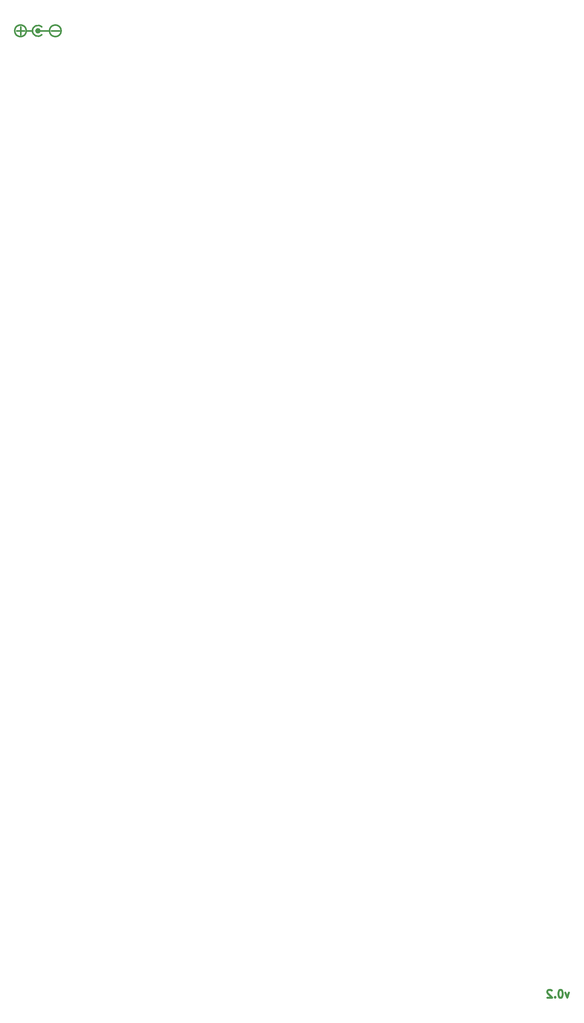
<source format=gbr>
G04 #@! TF.GenerationSoftware,KiCad,Pcbnew,(5.1.5)-3*
G04 #@! TF.CreationDate,2020-09-16T09:36:58+02:00*
G04 #@! TF.ProjectId,FetsAndCrosses,46657473-416e-4644-9372-6f737365732e,v0.1*
G04 #@! TF.SameCoordinates,Original*
G04 #@! TF.FileFunction,Legend,Bot*
G04 #@! TF.FilePolarity,Positive*
%FSLAX46Y46*%
G04 Gerber Fmt 4.6, Leading zero omitted, Abs format (unit mm)*
G04 Created by KiCad (PCBNEW (5.1.5)-3) date 2020-09-16 09:36:58*
%MOMM*%
%LPD*%
G04 APERTURE LIST*
%ADD10C,0.500000*%
%ADD11C,0.100000*%
%ADD12C,0.400000*%
%ADD13C,0.120000*%
G04 APERTURE END LIST*
D10*
X160718142Y-260556428D02*
X160241952Y-261889761D01*
X159765761Y-260556428D01*
X158622904Y-259889761D02*
X158432428Y-259889761D01*
X158241952Y-259985000D01*
X158146714Y-260080238D01*
X158051476Y-260270714D01*
X157956238Y-260651666D01*
X157956238Y-261127857D01*
X158051476Y-261508809D01*
X158146714Y-261699285D01*
X158241952Y-261794523D01*
X158432428Y-261889761D01*
X158622904Y-261889761D01*
X158813380Y-261794523D01*
X158908619Y-261699285D01*
X159003857Y-261508809D01*
X159099095Y-261127857D01*
X159099095Y-260651666D01*
X159003857Y-260270714D01*
X158908619Y-260080238D01*
X158813380Y-259985000D01*
X158622904Y-259889761D01*
X157099095Y-261699285D02*
X157003857Y-261794523D01*
X157099095Y-261889761D01*
X157194333Y-261794523D01*
X157099095Y-261699285D01*
X157099095Y-261889761D01*
X156241952Y-260080238D02*
X156146714Y-259985000D01*
X155956238Y-259889761D01*
X155480047Y-259889761D01*
X155289571Y-259985000D01*
X155194333Y-260080238D01*
X155099095Y-260270714D01*
X155099095Y-260461190D01*
X155194333Y-260746904D01*
X156337190Y-261889761D01*
X155099095Y-261889761D01*
D11*
G04 #@! TO.C,G1*
G36*
X23995000Y-12065000D02*
G01*
X23495000Y-11565000D01*
X22995000Y-12065000D01*
X23495000Y-12565000D01*
X23995000Y-12065000D01*
G37*
X23995000Y-12065000D02*
X23495000Y-11565000D01*
X22995000Y-12065000D01*
X23495000Y-12565000D01*
X23995000Y-12065000D01*
D12*
X26995000Y-12065000D02*
X28995000Y-12065000D01*
X18995000Y-13065000D02*
X18995000Y-11065000D01*
D13*
X18995000Y-12065000D02*
X18995000Y-13065000D01*
X19995000Y-12065000D02*
X18995000Y-12065000D01*
D12*
X17995000Y-12065000D02*
X19995000Y-12065000D01*
X23995000Y-12065000D02*
X26495000Y-12065000D01*
X20495000Y-12065000D02*
X21995000Y-12065000D01*
X20495000Y-12065000D02*
G75*
G03X20495000Y-12065000I-1500000J0D01*
G01*
X29495000Y-12065000D02*
G75*
G03X29495000Y-12065000I-1500000J0D01*
G01*
X24494999Y-11065001D02*
G75*
G03X24494999Y-13064999I-999999J-999999D01*
G01*
X23995000Y-12065000D02*
G75*
G03X23995000Y-12065000I-500000J0D01*
G01*
G04 #@! TD*
M02*

</source>
